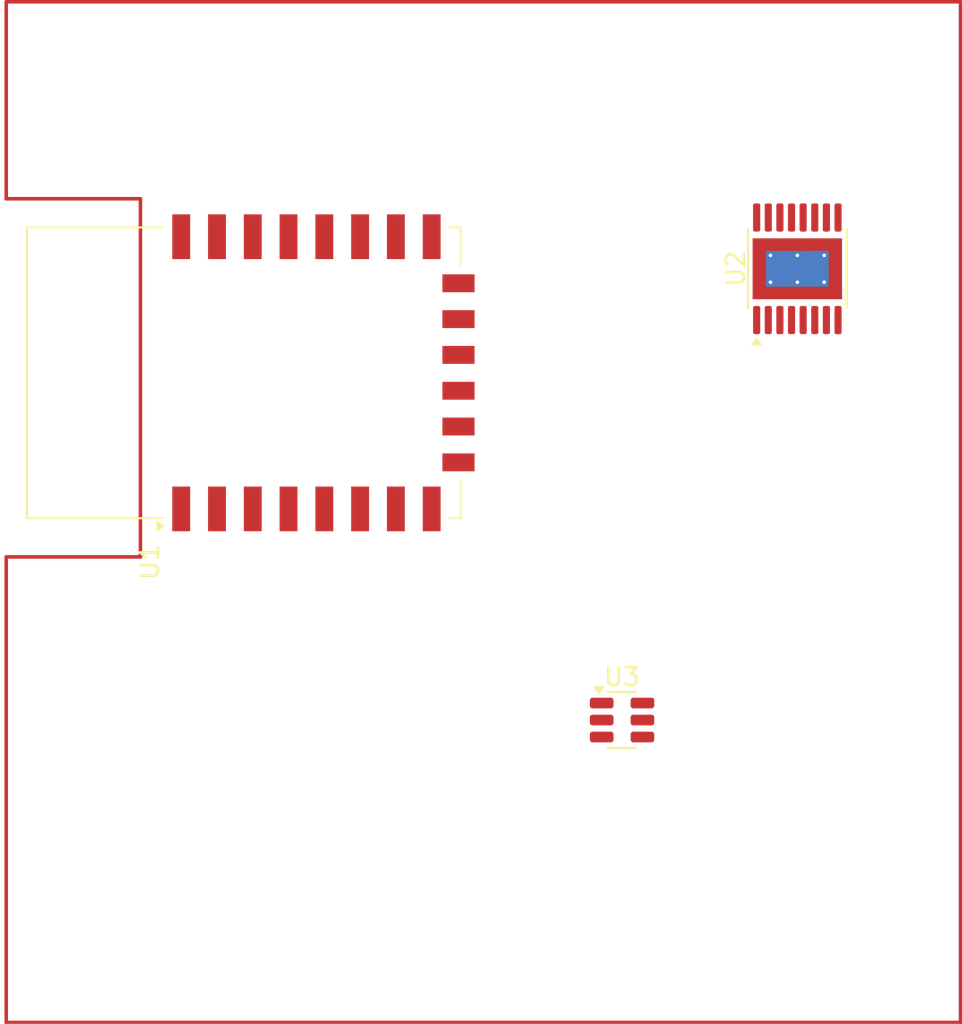
<source format=kicad_pcb>
(kicad_pcb (version 20240108) (generator "pcbnew") (generator_version "8.0")
  (layers (0 "F.Cu" signal) (31 "B.Cu" signal) (34 "B.Paste" user) (35 "F.Paste" user) (36 "B.SilkS" user "B.Silkscreen") (37 "F.SilkS" user "F.Silkscreen") (38 "B.Mask" user) (39 "F.Mask" user) (44 "Edge.Cuts" user))
  (net 0 "")
  (net 2 "Net-(U1-GPIO16)")
  (net 5 "GND")
  (net 10 "Net-(U1-GPIO4)")
  (net 11 "Net-(BT1-+)")
  (net 16 "Net-(U1-GPIO5)")
  (net 23 "Net-(BT1--)")
  (net 24 "Net-(M1--)")
  (net 29 "Net-(M1-+)")
  (footprint "RF_Module:ESP-12E" (layer "F.Cu") (at 36.14 66.02 90)
    (property "Reference" "U1" (at -10.56 -5.26 270) (layer "F.SilkS"))
    (property "Value" "ESP-12E")
    (fp_line (start 8.12 -12.12) (end 8.12 -4.5) (stroke (width 0.12)) (layer "F.SilkS"))
    (fp_line (start -8.12 -12.12) (end 8.12 -12.12) (stroke (width 0.12)) (layer "F.SilkS"))
    (fp_line (start -8.12 -4.5) (end -8.12 -12.12) (stroke (width 0.12)) (layer "F.SilkS"))
    (fp_line (start 8.12 11.5) (end 8.12 12.12) (stroke (width 0.12)) (layer "F.SilkS"))
    (fp_line (start 8.12 12.12) (end 6 12.12) (stroke (width 0.12)) (layer "F.SilkS"))
    (fp_line (start -6 12.12) (end -8.12 12.12) (stroke (width 0.12)) (layer "F.SilkS"))
    (fp_line (start -8.12 12.12) (end -8.12 11.5) (stroke (width 0.12)) (layer "F.SilkS"))
    (fp_poly (pts (xy -8.55 -4.5) (xy -8.79 -4.836) (xy -8.31 -4.836) (xy -8.55 -4.5)) (stroke (width 0.12)) (fill solid) (layer "F.SilkS"))
    (pad "1" smd rect (at -7.6 -3.5 90) (size 2.5 1) (layers "F.Cu" "F.Paste" "F.Mask"))
    (pad "2" smd rect (at -7.6 -1.5 90) (size 2.5 1) (layers "F.Cu" "F.Paste" "F.Mask"))
    (pad "3" smd rect (at -7.6 0.5 90) (size 2.5 1) (layers "F.Cu" "F.Paste" "F.Mask"))
    (pad "4" smd rect (at -7.6 2.5 90) (size 2.5 1) (layers "F.Cu" "F.Paste" "F.Mask") (net 2 "Net-(U1-GPIO16)"))
    (pad "5" smd rect (at -7.6 4.5 90) (size 2.5 1) (layers "F.Cu" "F.Paste" "F.Mask"))
    (pad "6" smd rect (at -7.6 6.5 90) (size 2.5 1) (layers "F.Cu" "F.Paste" "F.Mask"))
    (pad "7" smd rect (at -7.6 8.5 90) (size 2.5 1) (layers "F.Cu" "F.Paste" "F.Mask"))
    (pad "8" smd rect (at -7.6 10.5 90) (size 2.5 1) (layers "F.Cu" "F.Paste" "F.Mask") (net 11 "Net-(BT1-+)"))
    (pad "9" smd rect (at -5 12 90) (size 1 1.8) (layers "F.Cu" "F.Paste" "F.Mask"))
    (pad "10" smd rect (at -3 12 90) (size 1 1.8) (layers "F.Cu" "F.Paste" "F.Mask"))
    (pad "11" smd rect (at -1 12 90) (size 1 1.8) (layers "F.Cu" "F.Paste" "F.Mask"))
    (pad "12" smd rect (at 1 12 90) (size 1 1.8) (layers "F.Cu" "F.Paste" "F.Mask"))
    (pad "13" smd rect (at 3 12 90) (size 1 1.8) (layers "F.Cu" "F.Paste" "F.Mask"))
    (pad "14" smd rect (at 5 12 90) (size 1 1.8) (layers "F.Cu" "F.Paste" "F.Mask"))
    (pad "15" smd rect (at 7.6 10.5 90) (size 2.5 1) (layers "F.Cu" "F.Paste" "F.Mask") (net 5 "GND"))
    (pad "16" smd rect (at 7.6 8.5 90) (size 2.5 1) (layers "F.Cu" "F.Paste" "F.Mask"))
    (pad "17" smd rect (at 7.6 6.5 90) (size 2.5 1) (layers "F.Cu" "F.Paste" "F.Mask"))
    (pad "18" smd rect (at 7.6 4.5 90) (size 2.5 1) (layers "F.Cu" "F.Paste" "F.Mask"))
    (pad "19" smd rect (at 7.6 2.5 90) (size 2.5 1) (layers "F.Cu" "F.Paste" "F.Mask") (net 10 "Net-(U1-GPIO4)"))
    (pad "20" smd rect (at 7.6 0.5 90) (size 2.5 1) (layers "F.Cu" "F.Paste" "F.Mask") (net 16 "Net-(U1-GPIO5)"))
    (pad "21" smd rect (at 7.6 -1.5 90) (size 2.5 1) (layers "F.Cu" "F.Paste" "F.Mask"))
    (pad "22" smd rect (at 7.6 -3.5 90) (size 2.5 1) (layers "F.Cu" "F.Paste" "F.Mask"))
  )
  (footprint "Package_TO_SOT_SMD:SOT-23-6" (layer "F.Cu") (at 57.2825 85.41)
    (property "Reference" "U3" (at 0 -2.4 0) (layer "F.SilkS"))
    (property "Value" "AT42QT1011-TSHR")
    (fp_line (start 0 -1.56) (end -0.8 -1.56) (stroke (width 0.12)) (layer "F.SilkS"))
    (fp_line (start 0 -1.56) (end 0.8 -1.56) (stroke (width 0.12)) (layer "F.SilkS"))
    (fp_line (start 0 1.56) (end -0.8 1.56) (stroke (width 0.12)) (layer "F.SilkS"))
    (fp_line (start 0 1.56) (end 0.8 1.56) (stroke (width 0.12)) (layer "F.SilkS"))
    (fp_poly (pts (xy -1.3 -1.51) (xy -1.54 -1.84) (xy -1.06 -1.84) (xy -1.3 -1.51)) (stroke (width 0.12)) (fill solid) (layer "F.SilkS"))
    (pad "1" smd roundrect (at -1.1375 -0.95) (size 1.325 0.6) (layers "F.Cu" "F.Paste" "F.Mask") (net 2 "Net-(U1-GPIO16)"))
    (pad "2" smd roundrect (at -1.1375 0) (size 1.325 0.6) (layers "F.Cu" "F.Paste" "F.Mask") (net 23 "Net-(BT1--)"))
    (pad "3" smd roundrect (at -1.1375 0.95) (size 1.325 0.6) (layers "F.Cu" "F.Paste" "F.Mask"))
    (pad "4" smd roundrect (at 1.1375 0.95) (size 1.325 0.6) (layers "F.Cu" "F.Paste" "F.Mask"))
    (pad "5" smd roundrect (at 1.1375 0) (size 1.325 0.6) (layers "F.Cu" "F.Paste" "F.Mask") (net 11 "Net-(BT1-+)"))
    (pad "6" smd roundrect (at 1.1375 -0.95) (size 1.325 0.6) (layers "F.Cu" "F.Paste" "F.Mask"))
  )
  (footprint "Package_SO:HTSSOP-16-1EP_4.4x5mm_P0.65mm_EP3.4x5mm_Mask2.46x2.31mm_ThermalVias" (layer "F.Cu") (at 67.08 60.21 90)
    (property "Reference" "U2" (at 0 -3.45 270) (layer "F.SilkS"))
    (property "Value" "DRV8833PWP")
    (fp_line (start 0 -2.76) (end 2.2 -2.76) (stroke (width 0.12)) (layer "F.SilkS"))
    (fp_line (start 0 -2.76) (end -2.2 -2.76) (stroke (width 0.12)) (layer "F.SilkS"))
    (fp_line (start 0 2.76) (end 2.2 2.76) (stroke (width 0.12)) (layer "F.SilkS"))
    (fp_line (start 0 2.76) (end -2.2 2.76) (stroke (width 0.12)) (layer "F.SilkS"))
    (fp_poly (pts (xy -3.91 -2.275) (xy -4.24 -2.515) (xy -4.24 -2.035) (xy -3.91 -2.275)) (stroke (width 0.12)) (fill solid) (layer "F.SilkS"))
    (pad "1" smd roundrect (at -2.8625 -2.275 90) (size 1.575 0.4) (layers "F.Cu" "F.Paste" "F.Mask"))
    (pad "2" smd roundrect (at -2.8625 -1.625 90) (size 1.575 0.4) (layers "F.Cu" "F.Paste" "F.Mask") (net 29 "Net-(M1-+)"))
    (pad "3" smd roundrect (at -2.8625 -0.975 90) (size 1.575 0.4) (layers "F.Cu" "F.Paste" "F.Mask"))
    (pad "4" smd roundrect (at -2.8625 -0.325 90) (size 1.575 0.4) (layers "F.Cu" "F.Paste" "F.Mask") (net 24 "Net-(M1--)"))
    (pad "5" smd roundrect (at -2.8625 0.325 90) (size 1.575 0.4) (layers "F.Cu" "F.Paste" "F.Mask"))
    (pad "6" smd roundrect (at -2.8625 0.975 90) (size 1.575 0.4) (layers "F.Cu" "F.Paste" "F.Mask"))
    (pad "7" smd roundrect (at -2.8625 1.625 90) (size 1.575 0.4) (layers "F.Cu" "F.Paste" "F.Mask"))
    (pad "8" smd roundrect (at -2.8625 2.275 90) (size 1.575 0.4) (layers "F.Cu" "F.Paste" "F.Mask"))
    (pad "9" smd roundrect (at 2.8625 2.275 90) (size 1.575 0.4) (layers "F.Cu" "F.Paste" "F.Mask"))
    (pad "10" smd roundrect (at 2.8625 1.625 90) (size 1.575 0.4) (layers "F.Cu" "F.Paste" "F.Mask"))
    (pad "11" smd roundrect (at 2.8625 0.975 90) (size 1.575 0.4) (layers "F.Cu" "F.Paste" "F.Mask"))
    (pad "12" smd roundrect (at 2.8625 0.325 90) (size 1.575 0.4) (layers "F.Cu" "F.Paste" "F.Mask"))
    (pad "13" smd roundrect (at 2.8625 -0.325 90) (size 1.575 0.4) (layers "F.Cu" "F.Paste" "F.Mask") (net 23 "Net-(BT1--)"))
    (pad "14" smd roundrect (at 2.8625 -0.975 90) (size 1.575 0.4) (layers "F.Cu" "F.Paste" "F.Mask") (net 11 "Net-(BT1-+)"))
    (pad "15" smd roundrect (at 2.8625 -1.625 90) (size 1.575 0.4) (layers "F.Cu" "F.Paste" "F.Mask") (net 16 "Net-(U1-GPIO5)"))
    (pad "16" smd roundrect (at 2.8625 -2.275 90) (size 1.575 0.4) (layers "F.Cu" "F.Paste" "F.Mask") (net 10 "Net-(U1-GPIO4)"))
    (pad "17" thru_hole circle (at -0.75 -1.5 90) (size 0.5 0.5) (drill 0.2) (property pad_prop_heatsink) (layers "*.Cu") (net 23 "Net-(BT1--)"))
    (pad "17" thru_hole circle (at -0.75 0 90) (size 0.5 0.5) (drill 0.2) (property pad_prop_heatsink) (layers "*.Cu") (net 23 "Net-(BT1--)"))
    (pad "17" thru_hole circle (at -0.75 1.5 90) (size 0.5 0.5) (drill 0.2) (property pad_prop_heatsink) (layers "*.Cu") (net 23 "Net-(BT1--)"))
    (pad "17" smd rect (at 0 0 90) (size 2 3.5) (property pad_prop_heatsink) (layers "B.Cu") (net 23 "Net-(BT1--)"))
    (pad "17" smd rect (at 0 0 90) (size 3.4 5) (property pad_prop_heatsink) (layers "F.Cu") (net 23 "Net-(BT1--)"))
    (pad "17" thru_hole circle (at 0.75 -1.5 90) (size 0.5 0.5) (drill 0.2) (property pad_prop_heatsink) (layers "*.Cu") (net 23 "Net-(BT1--)"))
    (pad "17" thru_hole circle (at 0.75 0 90) (size 0.5 0.5) (drill 0.2) (property pad_prop_heatsink) (layers "*.Cu") (net 23 "Net-(BT1--)"))
    (pad "17" thru_hole circle (at 0.75 1.5 90) (size 0.5 0.5) (drill 0.2) (property pad_prop_heatsink) (layers "*.Cu") (net 23 "Net-(BT1--)"))
  )
  (gr_line (start 22.86 56.3) (end 22.86 45.3) (stroke (width 0.2)) (layer "F.Cu") (net 12))
  (gr_line (start 22.86 56.3) (end 30.36 56.3) (stroke (width 0.2)) (layer "F.Cu") (net 12))
  (gr_line (start 76.2 45.3) (end 76.2 102.3) (stroke (width 0.2)) (layer "F.Cu") (net 12))
  (gr_line (start 76.2 102.3) (end 22.86 102.3) (stroke (width 0.2)) (layer "F.Cu") (net 12))
  (gr_line (start 30.36 56.3) (end 30.36 76.3) (stroke (width 0.2)) (layer "F.Cu") (net 12))
  (gr_line (start 22.86 45.3) (end 76.2 45.3) (stroke (width 0.2)) (layer "F.Cu") (net 12))
  (gr_line (start 30.36 76.3) (end 22.86 76.3) (stroke (width 0.2)) (layer "F.Cu") (net 12))
  (gr_line (start 22.86 102.3) (end 22.86 76.3) (stroke (width 0.2)) (layer "F.Cu") (net 12))
)
</source>
